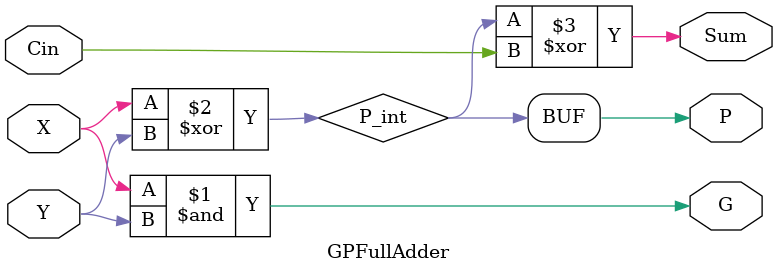
<source format=v>
module CLA16(A, B, Ci, S, Co, PG1, GG1);

input [15:0] A;
input [15:0] B;
input Ci;
output [15:0] S;
output Co;
output PG1;
output GG1;

wire [3:0] GG;
wire [3:0] PG;
wire [3:1] C;
wire Ci;

  CLALogic CarryLogic_2 (GG[3:0], PG[3:0], Ci, C[3:1], Co, PG1, GG1);

// 4bit    A     B       Ci     S   PG        GG    Co
CLA4 u0 (A[3:0], B[3:0], Ci, S[3:0],PG[0], GG[0]);
CLA4 u1 (A[7:4], B[7:4], C[1],  S[7:4], PG[1], GG[1]);
CLA4 u2 (A[11:8], B[11:8], C[2], S[11:8], PG[2], GG[2]);
CLA4 u3 (A[15:12], B[15:12], C[3], S[15:12], PG[3], GG[3]);

endmodule

module CLA4(A, B, Ci, S, PG, GG);
   input [3:0] A;
   input [3:0] B;
   input Ci;
   output [3:0] S;
   //output Co;
   output PG;
   output GG;
   wire Ci;
   wire [3:0] G;
   wire [3:0] P;
   wire [3:1] C;

   CLALogic CarryLogic (G, P, Ci, C, Co, PG, GG);
   GPFullAdder FA0 (A[0], B[0], Ci, G[0], P[0], S[0]);
   GPFullAdder FA1 (A[1], B[1], C[1], G[1], P[1], S[1]);
   GPFullAdder FA2 (A[2], B[2], C[2], G[2], P[2], S[2]);
   GPFullAdder FA3 (A[3], B[3], C[3], G[3], P[3], S[3]);

endmodule

module CLALogic (G, P, Ci, C, Co, PG, GG);
   input [3:0] G;
   input [3:0] P;
   input Ci;
   output [3:1] C;
   output Co;
   output PG;
   output GG;

   wire GG_int;
   wire PG_int;

   assign C[1] = G[0] | (P[0] & Ci);
   assign C[2] = G[1] | (P[1] & G[0])| (P[1] & P[0] & Ci);
   assign C[3] = G[2] | (P[2] & G[1]) | (P[2] & P[1] & G[0])| (P[2] & P[1] & P[0] & Ci);


   assign PG_int = P[3] & P[2] & P[1] & P[0];
   assign GG_int = G[3] | (P[3] & G[2]) | (P[3] & P[2] & G[1]) | (P[3] & P[2] & P[1] & G[0]);
   assign Co = GG_int | (PG_int & Ci);
   assign PG = PG_int;
   assign GG = GG_int;

   endmodule

   module GPFullAdder(X, Y, Cin, G, P, Sum);
      input X;
      input Y;
      input Cin;
      output G;
      output P;
      output Sum;

      wire P_int;

      assign G = X & Y;
      assign P = P_int;
      assign P_int = X ^ Y;
      assign Sum = P_int ^ Cin;
  endmodule
</source>
